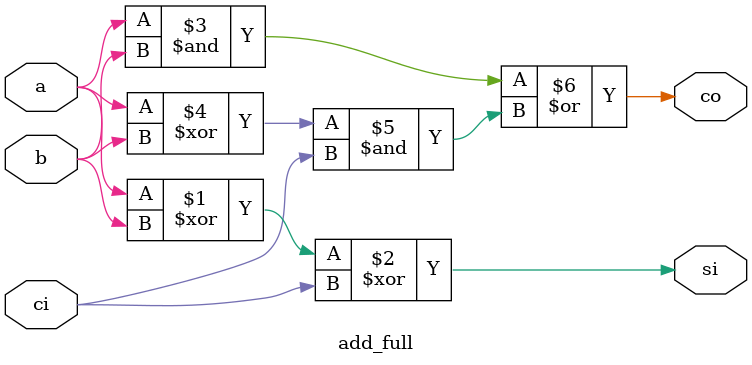
<source format=v>
module my_add(a,b,ci,s,co);
	input [3:0]a;
	input [3:0]b;
	input ci;
	//input key1;
	//input key2;
	//input key3;
	
	output [3:0]s;
	output co;
	
	wire [3:0] carr;
	assign co = carr[3];
	
	add_full i0(a[0],b[0],ci,		s[0],carr[0]);
	add_full i1(a[1],b[1],carr[0],s[1],carr[1]);
	add_full i2(a[2],b[2],carr[1],s[2],carr[2]);
	add_full i3(a[3],b[3],carr[2],s[3],carr[3]); 
	
endmodule

module add_full(a,b,ci,si,co);
	input a;
	input b;
	input ci;
	output si;
	output co;
	
	assign si = a^b^ci;
	assign co = (a&b)|((a^b)&ci);
	
endmodule

</source>
